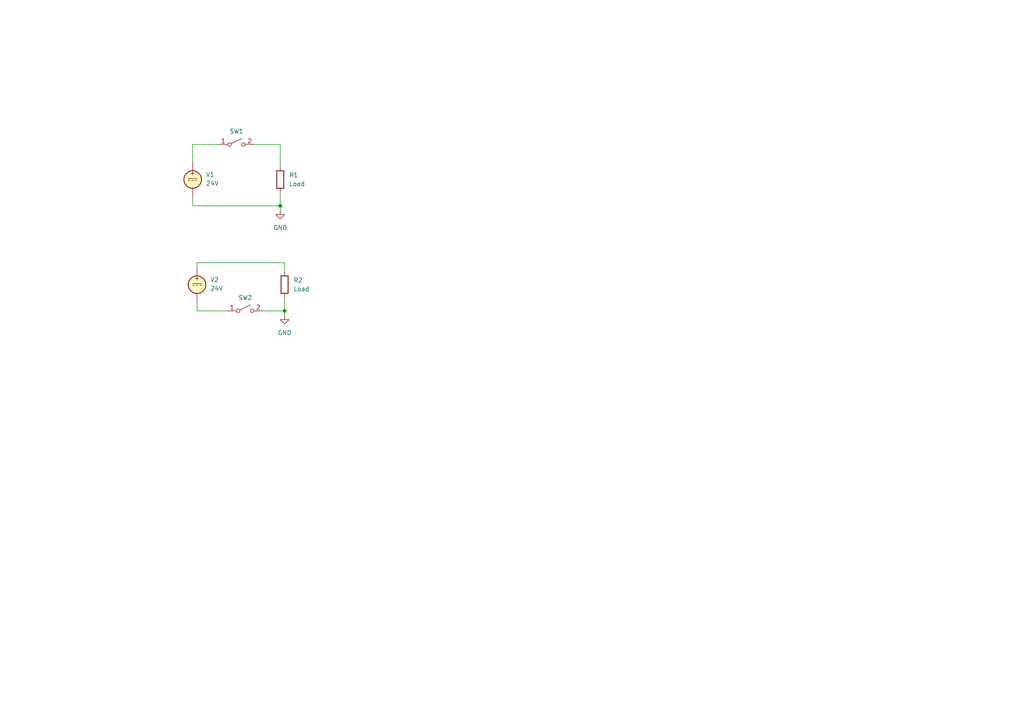
<source format=kicad_sch>
(kicad_sch (version 20230121) (generator eeschema)
  (paper "A4")
  (lib_symbols
    (symbol "Device:R" (pin_numbers hide) (pin_names (offset 0))
      (property "Reference" "R" (at 2.032 0 90))
      (property "Value" "R" (at 0 0 90))
      (symbol "R_0_1"
        (rectangle (start -1.016 -2.54) (end 1.016 2.54) (stroke (width 0.254)))
      )
      (symbol "R_1_1"
        (pin passive line (at 0 3.81 270) (length 1.27) (name "~") (number "1"))
        (pin passive line (at 0 -3.81 90) (length 1.27) (name "~") (number "2"))
      )
    )
    (symbol "Simulation_SPICE:VDC" (pin_numbers hide) (pin_names (offset 0.0254))
      (property "Reference" "V" (at 2.54 2.54 0))
      (property "Value" "1" (at 2.54 0 0))
      (symbol "VDC_0_0"
        (polyline (pts (xy -1.27 0.254) (xy 1.27 0.254)))
        (polyline (pts (xy -0.762 -0.254) (xy -1.27 -0.254)))
        (polyline (pts (xy 0.254 -0.254) (xy -0.254 -0.254)))
        (polyline (pts (xy 1.27 -0.254) (xy 0.762 -0.254)))
        (text "+" (at 0 1.905 0) (effects (font (size 1.27 1.27))))
      )
      (symbol "VDC_0_1"
        (circle (center 0 0) (radius 2.54) (stroke (width 0.254)) (fill (type background)))
      )
      (symbol "VDC_1_1"
        (pin passive line (at 0 5.08 270) (length 2.54) (name "~") (number "1"))
        (pin passive line (at 0 -5.08 90) (length 2.54) (name "~") (number "2"))
      )
    )
    (symbol "Switch:SW_SPST" (pin_names (offset 0) hide)
      (property "Reference" "SW" (at 0 3.175 0))
      (property "Value" "SW_SPST" (at 0 -2.54 0))
      (symbol "SW_SPST_0_0"
        (circle (center -2.032 0) (radius 0.508))
        (polyline (pts (xy -1.524 0.254) (xy 1.524 1.778)))
        (circle (center 2.032 0) (radius 0.508))
      )
      (symbol "SW_SPST_1_1"
        (pin passive line (at -5.08 0 0) (length 2.54) (name "A") (number "1"))
        (pin passive line (at 5.08 0 180) (length 2.54) (name "B") (number "2"))
      )
    )
    (symbol "power:GND" (power) (pin_names (offset 0))
      (property "Value" "GND" (at 0 -3.81 0))
      (symbol "GND_0_1"
        (polyline (pts (xy 0 0) (xy 0 -1.27) (xy 1.27 -1.27) (xy 0 -2.54) (xy -1.27 -1.27) (xy 0 -1.27)))
      )
      (symbol "GND_1_1"
        (pin power_in line (at 0 0 270) (length 0) hide (name "GND") (number "1"))
      )
    )
  )
  (junction (at 81.28 59.69))
  (junction (at 82.55 90.17))
  (wire (pts (xy 55.88 57.15) (xy 55.88 59.69)))
  (wire (pts (xy 82.55 86.36) (xy 82.55 90.17)))
  (wire (pts (xy 55.88 59.69) (xy 81.28 59.69)))
  (wire (pts (xy 63.5 41.91) (xy 55.88 41.91)))
  (wire (pts (xy 76.2 90.17) (xy 82.55 90.17)))
  (wire (pts (xy 57.15 76.2) (xy 82.55 76.2)))
  (wire (pts (xy 81.28 48.26) (xy 81.28 41.91)))
  (wire (pts (xy 82.55 76.2) (xy 82.55 78.74)))
  (wire (pts (xy 57.15 87.63) (xy 57.15 90.17)))
  (wire (pts (xy 81.28 59.69) (xy 81.28 60.96)))
  (wire (pts (xy 81.28 59.69) (xy 81.28 55.88)))
  (wire (pts (xy 57.15 90.17) (xy 66.04 90.17)))
  (wire (pts (xy 73.66 41.91) (xy 81.28 41.91)))
  (wire (pts (xy 82.55 90.17) (xy 82.55 91.44)))
  (wire (pts (xy 55.88 41.91) (xy 55.88 46.99)))
  (wire (pts (xy 57.15 77.47) (xy 57.15 76.2)))
  (symbol (lib_id "Simulation_SPICE:VDC") (at 55.88 52.07 0) (unit 1)
    (property "Reference" "V1" (at 59.69 50.6702 0) (effects (justify left)))
    (property "Value" "24V" (at 59.69 53.2102 0) (effects (justify left)))
    (property "Sim.Pins" "1=+ 2=-" (effects hide))
    (property "Sim.Type" "DC" (effects hide))
    (property "Sim.Device" "V" (effects hide))
  )
  (symbol (lib_id "Switch:SW_SPST") (at 68.58 41.91 0) (unit 1)
    (property "Reference" "SW1" (at 68.58 38.1 0))
    (property "Value" "SW_SPST" (effects hide))
  )
  (symbol (lib_id "Device:R") (at 81.28 52.07 0) (unit 1)
    (property "Reference" "R1" (at 83.82 50.8 0) (effects (justify left)))
    (property "Value" "Load" (at 83.82 53.34 0) (effects (justify left)))
  )
  (symbol (lib_id "Switch:SW_SPST") (at 71.12 90.17 0) (unit 1)
    (property "Reference" "SW2" (at 71.12 86.36 0))
    (property "Value" "SW_SPST" (effects hide))
  )
  (symbol (lib_id "Simulation_SPICE:VDC") (at 57.15 82.55 0) (unit 1)
    (property "Reference" "V2" (at 60.96 81.1502 0) (effects (justify left)))
    (property "Value" "24V" (at 60.96 83.6902 0) (effects (justify left)))
    (property "Sim.Pins" "1=+ 2=-" (effects hide))
    (property "Sim.Type" "DC" (effects hide))
    (property "Sim.Device" "V" (effects hide))
  )
  (symbol (lib_id "power:GND") (at 81.28 60.96 0) (unit 1)
    (property "Reference" "#PWR01" (effects hide))
    (property "Value" "GND" (at 81.28 66.04 0))
  )
  (symbol (lib_id "Device:R") (at 82.55 82.55 0) (unit 1)
    (property "Reference" "R2" (at 85.09 81.28 0) (effects (justify left)))
    (property "Value" "Load" (at 85.09 83.82 0) (effects (justify left)))
  )
  (symbol (lib_id "power:GND") (at 82.55 91.44 0) (unit 1)
    (property "Reference" "#PWR02" (effects hide))
    (property "Value" "GND" (at 82.55 96.52 0))
  )
)
</source>
